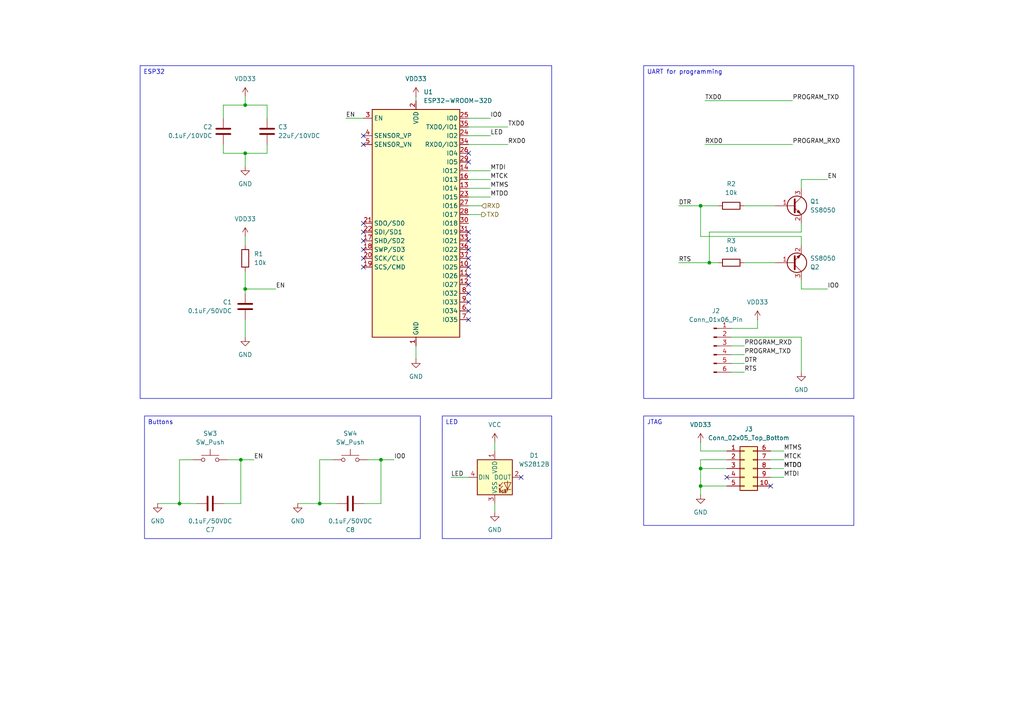
<source format=kicad_sch>
(kicad_sch (version 20250114) (generator "eeschema") (generator_version "9.0")
  (paper "A4")
  (title_block (date "2025-07-28") (rev "v1.0") (company "KN ONYKS"))
  (lib_symbols
    (symbol "Connector:Conn_01x06_Pin" (pin_names (offset 1.016) (hide yes))
      (property "Reference" "J" (at 0 7.62 0))
      (property "Value" "Conn_01x06_Pin" (at 0 -10.16 0))
      (symbol "Conn_01x06_Pin_1_1"
        (rectangle (start 0.8636 5.207) (end 0 4.953) (stroke (width 0.1524)) (fill (type outline)))
        (rectangle (start 0.8636 2.667) (end 0 2.413) (stroke (width 0.1524)) (fill (type outline)))
        (rectangle (start 0.8636 0.127) (end 0 -0.127) (stroke (width 0.1524)) (fill (type outline)))
        (rectangle (start 0.8636 -2.413) (end 0 -2.667) (stroke (width 0.1524)) (fill (type outline)))
        (rectangle (start 0.8636 -4.953) (end 0 -5.207) (stroke (width 0.1524)) (fill (type outline)))
        (rectangle (start 0.8636 -7.493) (end 0 -7.747) (stroke (width 0.1524)) (fill (type outline)))
        (polyline (pts (xy 1.27 5.08) (xy 0.8636 5.08)) (stroke (width 0.1524)))
        (polyline (pts (xy 1.27 2.54) (xy 0.8636 2.54)) (stroke (width 0.1524)))
        (polyline (pts (xy 1.27 0) (xy 0.8636 0)) (stroke (width 0.1524)))
        (polyline (pts (xy 1.27 -2.54) (xy 0.8636 -2.54)) (stroke (width 0.1524)))
        (polyline (pts (xy 1.27 -5.08) (xy 0.8636 -5.08)) (stroke (width 0.1524)))
        (polyline (pts (xy 1.27 -7.62) (xy 0.8636 -7.62)) (stroke (width 0.1524)))
        (pin passive line (at 5.08 5.08 180) (length 3.81) (name "Pin_1") (number "1"))
        (pin passive line (at 5.08 2.54 180) (length 3.81) (name "Pin_2") (number "2"))
        (pin passive line (at 5.08 0 180) (length 3.81) (name "Pin_3") (number "3"))
        (pin passive line (at 5.08 -2.54 180) (length 3.81) (name "Pin_4") (number "4"))
        (pin passive line (at 5.08 -5.08 180) (length 3.81) (name "Pin_5") (number "5"))
        (pin passive line (at 5.08 -7.62 180) (length 3.81) (name "Pin_6") (number "6"))
      )
    )
    (symbol "Connector_Generic:Conn_02x05_Top_Bottom" (pin_names (offset 1.016) (hide yes))
      (property "Reference" "J" (at 1.27 7.62 0))
      (property "Value" "Conn_02x05_Top_Bottom" (at 1.27 -7.62 0))
      (symbol "Conn_02x05_Top_Bottom_1_1"
        (rectangle (start -1.27 6.35) (end 3.81 -6.35) (stroke (width 0.254)) (fill (type background)))
        (rectangle (start -1.27 5.207) (end 0 4.953) (stroke (width 0.1524)))
        (rectangle (start -1.27 2.667) (end 0 2.413) (stroke (width 0.1524)))
        (rectangle (start -1.27 0.127) (end 0 -0.127) (stroke (width 0.1524)))
        (rectangle (start -1.27 -2.413) (end 0 -2.667) (stroke (width 0.1524)))
        (rectangle (start -1.27 -4.953) (end 0 -5.207) (stroke (width 0.1524)))
        (rectangle (start 3.81 5.207) (end 2.54 4.953) (stroke (width 0.1524)))
        (rectangle (start 3.81 2.667) (end 2.54 2.413) (stroke (width 0.1524)))
        (rectangle (start 3.81 0.127) (end 2.54 -0.127) (stroke (width 0.1524)))
        (rectangle (start 3.81 -2.413) (end 2.54 -2.667) (stroke (width 0.1524)))
        (rectangle (start 3.81 -4.953) (end 2.54 -5.207) (stroke (width 0.1524)))
        (pin passive line (at -5.08 5.08 0) (length 3.81) (name "Pin_1") (number "1"))
        (pin passive line (at -5.08 2.54 0) (length 3.81) (name "Pin_2") (number "2"))
        (pin passive line (at -5.08 0 0) (length 3.81) (name "Pin_3") (number "3"))
        (pin passive line (at -5.08 -2.54 0) (length 3.81) (name "Pin_4") (number "4"))
        (pin passive line (at -5.08 -5.08 0) (length 3.81) (name "Pin_5") (number "5"))
        (pin passive line (at 7.62 5.08 180) (length 3.81) (name "Pin_6") (number "6"))
        (pin passive line (at 7.62 2.54 180) (length 3.81) (name "Pin_7") (number "7"))
        (pin passive line (at 7.62 0 180) (length 3.81) (name "Pin_8") (number "8"))
        (pin passive line (at 7.62 -2.54 180) (length 3.81) (name "Pin_9") (number "9"))
        (pin passive line (at 7.62 -5.08 180) (length 3.81) (name "Pin_10") (number "10"))
      )
    )
    (symbol "Device:C" (pin_numbers (hide yes)) (pin_names (offset 0.254))
      (property "Reference" "C" (at 0.635 2.54 0))
      (property "Value" "C" (at 0.635 -2.54 0))
      (symbol "C_0_1"
        (polyline (pts (xy -2.032 0.762) (xy 2.032 0.762)) (stroke (width 0.508)))
        (polyline (pts (xy -2.032 -0.762) (xy 2.032 -0.762)) (stroke (width 0.508)))
      )
      (symbol "C_1_1"
        (pin passive line (at 0 3.81 270) (length 2.794) (name "~") (number "1"))
        (pin passive line (at 0 -3.81 90) (length 2.794) (name "~") (number "2"))
      )
    )
    (symbol "Device:R" (pin_numbers (hide yes)) (pin_names (offset 0))
      (property "Reference" "R" (at 2.032 0 90))
      (property "Value" "R" (at 0 0 90))
      (symbol "R_0_1"
        (rectangle (start -1.016 -2.54) (end 1.016 2.54) (stroke (width 0.254)))
      )
      (symbol "R_1_1"
        (pin passive line (at 0 3.81 270) (length 1.27) (name "~") (number "1"))
        (pin passive line (at 0 -3.81 90) (length 1.27) (name "~") (number "2"))
      )
    )
    (symbol "LED:WS2812B" (pin_names (offset 0.254))
      (property "Reference" "D" (at 5.08 5.715 0))
      (property "Value" "WS2812B" (at 1.27 -5.715 0))
      (symbol "WS2812B_0_0"
        (text "RGB" (at 2.286 -4.191 0) (effects (font (size 0.762 0.762))))
      )
      (symbol "WS2812B_0_1"
        (polyline (pts (xy 1.27 -2.54) (xy 1.778 -2.54)))
        (polyline (pts (xy 1.27 -3.556) (xy 1.778 -3.556)))
        (polyline (pts (xy 2.286 -1.524) (xy 1.27 -2.54) (xy 1.27 -2.032)))
        (polyline (pts (xy 2.286 -2.54) (xy 1.27 -3.556) (xy 1.27 -3.048)))
        (polyline (pts (xy 3.683 -1.016) (xy 3.683 -3.556) (xy 3.683 -4.064)))
        (polyline (pts (xy 4.699 -1.524) (xy 2.667 -1.524) (xy 3.683 -3.556) (xy 4.699 -1.524)))
        (polyline (pts (xy 4.699 -3.556) (xy 2.667 -3.556)))
        (rectangle (start 5.08 5.08) (end -5.08 -5.08) (stroke (width 0.254)) (fill (type background)))
      )
      (symbol "WS2812B_1_1"
        (pin input line (at -7.62 0 0) (length 2.54) (name "DIN") (number "4"))
        (pin power_in line (at 0 7.62 270) (length 2.54) (name "VDD") (number "1"))
        (pin power_in line (at 0 -7.62 90) (length 2.54) (name "VSS") (number "3"))
        (pin output line (at 7.62 0 180) (length 2.54) (name "DOUT") (number "2"))
      )
    )
    (symbol "RF_Module:ESP32-WROOM-32D"
      (property "Reference" "U" (at -12.7 34.29 0))
      (property "Value" "ESP32-WROOM-32D" (at 1.27 34.29 0))
      (symbol "ESP32-WROOM-32D_0_1"
        (rectangle (start -12.7 33.02) (end 12.7 -33.02) (stroke (width 0.254)) (fill (type background)))
      )
      (symbol "ESP32-WROOM-32D_1_1"
        (pin input line (at -15.24 30.48 0) (length 2.54) (name "EN") (number "3"))
        (pin input line (at -15.24 25.4 0) (length 2.54) (name "SENSOR_VP") (number "4"))
        (pin input line (at -15.24 22.86 0) (length 2.54) (name "SENSOR_VN") (number "5"))
        (pin bidirectional line (at -15.24 0 0) (length 2.54) (name "SDO/SD0") (number "21"))
        (pin bidirectional line (at -15.24 -2.54 0) (length 2.54) (name "SDI/SD1") (number "22"))
        (pin bidirectional line (at -15.24 -5.08 0) (length 2.54) (name "SHD/SD2") (number "17"))
        (pin bidirectional line (at -15.24 -7.62 0) (length 2.54) (name "SWP/SD3") (number "18"))
        (pin bidirectional line (at -15.24 -10.16 0) (length 2.54) (name "SCK/CLK") (number "20"))
        (pin bidirectional line (at -15.24 -12.7 0) (length 2.54) (name "SCS/CMD") (number "19"))
        (pin no_connect line (at -12.7 -27.94 0) (length 2.54) (hide yes) (name "NC") (number "32"))
        (pin power_in line (at 0 35.56 270) (length 2.54) (name "VDD") (number "2"))
        (pin power_in line (at 0 -35.56 90) (length 2.54) (name "GND") (number "1"))
        (pin passive line (at 0 -35.56 90) (length 2.54) (hide yes) (name "GND") (number "15"))
        (pin passive line (at 0 -35.56 90) (length 2.54) (hide yes) (name "GND") (number "38"))
        (pin passive line (at 0 -35.56 90) (length 2.54) (hide yes) (name "GND") (number "39"))
        (pin bidirectional line (at 15.24 30.48 180) (length 2.54) (name "IO0") (number "25"))
        (pin bidirectional line (at 15.24 27.94 180) (length 2.54) (name "TXD0/IO1") (number "35"))
        (pin bidirectional line (at 15.24 25.4 180) (length 2.54) (name "IO2") (number "24"))
        (pin bidirectional line (at 15.24 22.86 180) (length 2.54) (name "RXD0/IO3") (number "34"))
        (pin bidirectional line (at 15.24 20.32 180) (length 2.54) (name "IO4") (number "26"))
        (pin bidirectional line (at 15.24 17.78 180) (length 2.54) (name "IO5") (number "29"))
        (pin bidirectional line (at 15.24 15.24 180) (length 2.54) (name "IO12") (number "14"))
        (pin bidirectional line (at 15.24 12.7 180) (length 2.54) (name "IO13") (number "16"))
        (pin bidirectional line (at 15.24 10.16 180) (length 2.54) (name "IO14") (number "13"))
        (pin bidirectional line (at 15.24 7.62 180) (length 2.54) (name "IO15") (number "23"))
        (pin bidirectional line (at 15.24 5.08 180) (length 2.54) (name "IO16") (number "27"))
        (pin bidirectional line (at 15.24 2.54 180) (length 2.54) (name "IO17") (number "28"))
        (pin bidirectional line (at 15.24 0 180) (length 2.54) (name "IO18") (number "30"))
        (pin bidirectional line (at 15.24 -2.54 180) (length 2.54) (name "IO19") (number "31"))
        (pin bidirectional line (at 15.24 -5.08 180) (length 2.54) (name "IO21") (number "33"))
        (pin bidirectional line (at 15.24 -7.62 180) (length 2.54) (name "IO22") (number "36"))
        (pin bidirectional line (at 15.24 -10.16 180) (length 2.54) (name "IO23") (number "37"))
        (pin bidirectional line (at 15.24 -12.7 180) (length 2.54) (name "IO25") (number "10"))
        (pin bidirectional line (at 15.24 -15.24 180) (length 2.54) (name "IO26") (number "11"))
        (pin bidirectional line (at 15.24 -17.78 180) (length 2.54) (name "IO27") (number "12"))
        (pin bidirectional line (at 15.24 -20.32 180) (length 2.54) (name "IO32") (number "8"))
        (pin bidirectional line (at 15.24 -22.86 180) (length 2.54) (name "IO33") (number "9"))
        (pin input line (at 15.24 -25.4 180) (length 2.54) (name "IO34") (number "6"))
        (pin input line (at 15.24 -27.94 180) (length 2.54) (name "IO35") (number "7"))
      )
    )
    (symbol "Switch:SW_Push" (pin_numbers (hide yes)) (pin_names (offset 1.016) (hide yes))
      (property "Reference" "SW" (at 1.27 2.54 0))
      (property "Value" "SW_Push" (at 0 -1.524 0))
      (symbol "SW_Push_0_1"
        (circle (center -2.032 0) (radius 0.508))
        (polyline (pts (xy 0 1.27) (xy 0 3.048)))
        (circle (center 2.032 0) (radius 0.508))
        (polyline (pts (xy 2.54 1.27) (xy -2.54 1.27)))
        (pin passive line (at -5.08 0 0) (length 2.54) (name "1") (number "1"))
        (pin passive line (at 5.08 0 180) (length 2.54) (name "2") (number "2"))
      )
    )
    (symbol "Transistor_BJT:SS8050" (pin_names (offset 0) (hide yes))
      (property "Reference" "Q" (at 5.08 1.905 0))
      (property "Value" "SS8050" (at 5.08 0 0))
      (symbol "SS8050_0_1"
        (polyline (pts (xy 0.635 1.905) (xy 0.635 -1.905) (xy 0.635 -1.905)) (stroke (width 0.508)))
        (polyline (pts (xy 0.635 0.635) (xy 2.54 2.54)))
        (polyline (pts (xy 0.635 -0.635) (xy 2.54 -2.54) (xy 2.54 -2.54)))
        (circle (center 1.27 0) (radius 2.8194) (stroke (width 0.254)))
        (polyline (pts (xy 1.27 -1.778) (xy 1.778 -1.27) (xy 2.286 -2.286) (xy 1.27 -1.778) (xy 1.27 -1.778)) (fill (type outline)))
      )
      (symbol "SS8050_1_1"
        (pin input line (at -5.08 0 0) (length 5.715) (name "B") (number "1"))
        (pin passive line (at 2.54 5.08 270) (length 2.54) (name "C") (number "3"))
        (pin passive line (at 2.54 -5.08 90) (length 2.54) (name "E") (number "2"))
      )
    )
    (symbol "power:+3.3V" (power) (pin_numbers (hide yes)) (pin_names (offset 0) (hide yes))
      (property "Value" "+3.3V" (at 0 3.556 0))
      (symbol "+3.3V_0_1"
        (polyline (pts (xy -0.762 1.27) (xy 0 2.54)))
        (polyline (pts (xy 0 2.54) (xy 0.762 1.27)))
        (polyline (pts (xy 0 0) (xy 0 2.54)))
      )
      (symbol "+3.3V_1_1"
        (pin power_in line (at 0 0 90) (length 0) (name "~") (number "1"))
      )
    )
    (symbol "power:GND" (power) (pin_numbers (hide yes)) (pin_names (offset 0) (hide yes))
      (property "Value" "GND" (at 0 -3.81 0))
      (symbol "GND_0_1"
        (polyline (pts (xy 0 0) (xy 0 -1.27) (xy 1.27 -1.27) (xy 0 -2.54) (xy -1.27 -1.27) (xy 0 -1.27)))
      )
      (symbol "GND_1_1"
        (pin power_in line (at 0 0 270) (length 0) (name "~") (number "1"))
      )
    )
    (symbol "power:VCC" (power) (pin_numbers (hide yes)) (pin_names (offset 0) (hide yes))
      (property "Value" "VCC" (at 0 3.556 0))
      (symbol "VCC_0_1"
        (polyline (pts (xy -0.762 1.27) (xy 0 2.54)))
        (polyline (pts (xy 0 2.54) (xy 0.762 1.27)))
        (polyline (pts (xy 0 0) (xy 0 2.54)))
      )
      (symbol "VCC_1_1"
        (pin power_in line (at 0 0 90) (length 0) (name "~") (number "1"))
      )
    )
  )
  (text_box "LED" (at 128.27 120.65 0) (size 31.75 35.56) (margins 0.9525 0.9525 0.9525 0.9525) (effects (font (size 1.27 1.27)) (justify left top)))
  (text_box "UART for programming" (at 186.69 19.05 0) (size 60.96 96.52) (margins 0.9525 0.9525 0.9525 0.9525) (effects (font (size 1.27 1.27)) (justify left top)))
  (text_box "Buttons" (at 41.91 120.65 0) (size 80.01 35.56) (margins 0.9525 0.9525 0.9525 0.9525) (effects (font (size 1.27 1.27)) (justify left top)))
  (text_box "JTAG\n" (at 186.69 120.65 0) (size 60.96 31.75) (margins 0.9525 0.9525 0.9525 0.9525) (effects (font (size 1.27 1.27)) (justify left top)))
  (text_box "ESP32" (at 40.64 19.05 0) (size 119.38 96.52) (margins 0.9525 0.9525 0.9525 0.9525) (effects (font (size 1.27 1.27)) (justify left top)))
  (junction (at 203.2 59.69))
  (junction (at 203.2 140.97))
  (junction (at 110.49 133.35))
  (junction (at 203.2 135.89))
  (junction (at 71.12 30.48))
  (junction (at 52.07 146.05))
  (junction (at 92.71 146.05))
  (junction (at 71.12 83.82))
  (junction (at 69.85 133.35))
  (junction (at 71.12 44.45))
  (junction (at 205.74 76.2))
  (no_connect (at 135.89 67.31))
  (no_connect (at 135.89 85.09))
  (no_connect (at 135.89 87.63))
  (no_connect (at 135.89 77.47))
  (no_connect (at 135.89 69.85))
  (no_connect (at 135.89 44.45))
  (no_connect (at 135.89 46.99))
  (no_connect (at 105.41 74.93))
  (no_connect (at 105.41 39.37))
  (no_connect (at 135.89 82.55))
  (no_connect (at 135.89 80.01))
  (no_connect (at 105.41 67.31))
  (no_connect (at 105.41 72.39))
  (no_connect (at 223.52 140.97))
  (no_connect (at 105.41 77.47))
  (no_connect (at 135.89 92.71))
  (no_connect (at 105.41 41.91))
  (no_connect (at 135.89 72.39))
  (no_connect (at 210.82 138.43))
  (no_connect (at 151.13 138.43))
  (no_connect (at 135.89 74.93))
  (no_connect (at 135.89 90.17))
  (no_connect (at 105.41 64.77))
  (no_connect (at 105.41 69.85))
  (wire (pts (xy 210.82 133.35) (xy 203.2 133.35)))
  (wire (pts (xy 71.12 83.82) (xy 71.12 85.09)))
  (wire (pts (xy 135.89 57.15) (xy 142.24 57.15)))
  (wire (pts (xy 232.41 97.79) (xy 232.41 107.95)))
  (wire (pts (xy 223.52 130.81) (xy 227.33 130.81)))
  (wire (pts (xy 110.49 133.35) (xy 114.3 133.35)))
  (wire (pts (xy 232.41 71.12) (xy 232.41 68.58)))
  (wire (pts (xy 223.52 138.43) (xy 227.33 138.43)))
  (wire (pts (xy 64.77 44.45) (xy 64.77 41.91)))
  (wire (pts (xy 71.12 44.45) (xy 77.47 44.45)))
  (wire (pts (xy 205.74 76.2) (xy 208.28 76.2)))
  (wire (pts (xy 212.09 107.95) (xy 215.9 107.95)))
  (wire (pts (xy 96.52 133.35) (xy 92.71 133.35)))
  (wire (pts (xy 219.71 92.71) (xy 219.71 95.25)))
  (wire (pts (xy 203.2 140.97) (xy 203.2 143.51)))
  (wire (pts (xy 212.09 105.41) (xy 215.9 105.41)))
  (wire (pts (xy 52.07 146.05) (xy 57.15 146.05)))
  (wire (pts (xy 212.09 100.33) (xy 215.9 100.33)))
  (wire (pts (xy 71.12 92.71) (xy 71.12 97.79)))
  (wire (pts (xy 77.47 44.45) (xy 77.47 41.91)))
  (wire (pts (xy 92.71 146.05) (xy 97.79 146.05)))
  (wire (pts (xy 212.09 97.79) (xy 232.41 97.79)))
  (wire (pts (xy 135.89 39.37) (xy 142.24 39.37)))
  (wire (pts (xy 203.2 59.69) (xy 208.28 59.69)))
  (wire (pts (xy 52.07 133.35) (xy 52.07 146.05)))
  (wire (pts (xy 143.51 146.05) (xy 143.51 148.59)))
  (wire (pts (xy 92.71 133.35) (xy 92.71 146.05)))
  (wire (pts (xy 135.89 62.23) (xy 139.7 62.23)))
  (wire (pts (xy 196.85 76.2) (xy 205.74 76.2)))
  (wire (pts (xy 196.85 59.69) (xy 203.2 59.69)))
  (wire (pts (xy 64.77 34.29) (xy 64.77 30.48)))
  (wire (pts (xy 205.74 67.31) (xy 205.74 76.2)))
  (wire (pts (xy 203.2 133.35) (xy 203.2 135.89)))
  (wire (pts (xy 120.65 100.33) (xy 120.65 104.14)))
  (wire (pts (xy 232.41 68.58) (xy 203.2 68.58)))
  (wire (pts (xy 71.12 68.58) (xy 71.12 71.12)))
  (wire (pts (xy 55.88 133.35) (xy 52.07 133.35)))
  (wire (pts (xy 232.41 52.07) (xy 240.03 52.07)))
  (wire (pts (xy 110.49 146.05) (xy 110.49 133.35)))
  (wire (pts (xy 215.9 59.69) (xy 224.79 59.69)))
  (wire (pts (xy 86.36 146.05) (xy 92.71 146.05)))
  (wire (pts (xy 204.47 41.91) (xy 229.87 41.91)))
  (wire (pts (xy 71.12 30.48) (xy 77.47 30.48)))
  (wire (pts (xy 135.89 36.83) (xy 147.32 36.83)))
  (wire (pts (xy 45.72 146.05) (xy 52.07 146.05)))
  (wire (pts (xy 135.89 54.61) (xy 142.24 54.61)))
  (wire (pts (xy 203.2 135.89) (xy 210.82 135.89)))
  (wire (pts (xy 64.77 44.45) (xy 71.12 44.45)))
  (wire (pts (xy 203.2 135.89) (xy 203.2 140.97)))
  (wire (pts (xy 71.12 44.45) (xy 71.12 48.26)))
  (wire (pts (xy 100.33 34.29) (xy 105.41 34.29)))
  (wire (pts (xy 223.52 135.89) (xy 227.33 135.89)))
  (wire (pts (xy 64.77 30.48) (xy 71.12 30.48)))
  (wire (pts (xy 120.65 27.94) (xy 120.65 29.21)))
  (wire (pts (xy 135.89 59.69) (xy 139.7 59.69)))
  (wire (pts (xy 232.41 83.82) (xy 240.03 83.82)))
  (wire (pts (xy 135.89 52.07) (xy 142.24 52.07)))
  (wire (pts (xy 135.89 41.91) (xy 147.32 41.91)))
  (wire (pts (xy 69.85 133.35) (xy 73.66 133.35)))
  (wire (pts (xy 212.09 102.87) (xy 215.9 102.87)))
  (wire (pts (xy 232.41 54.61) (xy 232.41 52.07)))
  (wire (pts (xy 69.85 146.05) (xy 69.85 133.35)))
  (wire (pts (xy 130.81 138.43) (xy 135.89 138.43)))
  (wire (pts (xy 71.12 78.74) (xy 71.12 83.82)))
  (wire (pts (xy 212.09 95.25) (xy 219.71 95.25)))
  (wire (pts (xy 143.51 128.27) (xy 143.51 130.81)))
  (wire (pts (xy 232.41 81.28) (xy 232.41 83.82)))
  (wire (pts (xy 204.47 29.21) (xy 229.87 29.21)))
  (wire (pts (xy 232.41 64.77) (xy 232.41 67.31)))
  (wire (pts (xy 223.52 133.35) (xy 227.33 133.35)))
  (wire (pts (xy 203.2 68.58) (xy 203.2 59.69)))
  (wire (pts (xy 69.85 133.35) (xy 66.04 133.35)))
  (wire (pts (xy 135.89 34.29) (xy 142.24 34.29)))
  (wire (pts (xy 77.47 34.29) (xy 77.47 30.48)))
  (wire (pts (xy 232.41 67.31) (xy 205.74 67.31)))
  (wire (pts (xy 64.77 146.05) (xy 69.85 146.05)))
  (wire (pts (xy 203.2 128.27) (xy 203.2 130.81)))
  (wire (pts (xy 105.41 146.05) (xy 110.49 146.05)))
  (wire (pts (xy 71.12 27.94) (xy 71.12 30.48)))
  (wire (pts (xy 135.89 49.53) (xy 142.24 49.53)))
  (wire (pts (xy 210.82 130.81) (xy 203.2 130.81)))
  (wire (pts (xy 215.9 76.2) (xy 224.79 76.2)))
  (wire (pts (xy 203.2 140.97) (xy 210.82 140.97)))
  (wire (pts (xy 71.12 83.82) (xy 80.01 83.82)))
  (wire (pts (xy 110.49 133.35) (xy 106.68 133.35)))
  (label "RTS" (at 196.85 76.2 0))
  (label "TXD0" (at 147.32 36.83 0))
  (label "MTDO" (at 227.33 135.89 0))
  (label "EN" (at 73.66 133.35 0))
  (label "MTDI" (at 227.33 138.43 0))
  (label "MTDI" (at 142.24 49.53 0))
  (label "DTR" (at 215.9 105.41 0))
  (label "MTDO" (at 227.33 135.89 0))
  (label "MTMS" (at 227.33 130.81 0))
  (label "RXD0" (at 204.47 41.91 0))
  (label "EN" (at 240.03 52.07 0))
  (label "EN" (at 80.01 83.82 0))
  (label "IO0" (at 114.3 133.35 0))
  (label "PROGRAM_TXD" (at 215.9 102.87 0))
  (label "RXD0" (at 147.32 41.91 0))
  (label "IO0" (at 142.24 34.29 0))
  (label "PROGRAM_TXD" (at 229.87 29.21 0))
  (label "PROGRAM_RXD" (at 229.87 41.91 0))
  (label "MTMS" (at 142.24 54.61 0))
  (label "LED" (at 130.81 138.43 0))
  (label "DTR" (at 196.85 59.69 0))
  (label "IO0" (at 240.03 83.82 0))
  (label "RTS" (at 215.9 107.95 0))
  (label "MTCK" (at 227.33 133.35 0))
  (label "PROGRAM_RXD" (at 215.9 100.33 0))
  (label "MTDO" (at 142.24 57.15 0))
  (label "LED" (at 142.24 39.37 0))
  (label "MTCK" (at 142.24 52.07 0))
  (label "TXD0" (at 204.47 29.21 0))
  (label "EN" (at 100.33 34.29 0))
  (hierarchical_label "RXD" (shape input) (at 139.7 59.69 0))
  (hierarchical_label "TXD" (shape output) (at 139.7 62.23 0))
  (symbol (lib_id "power:GND") (at 71.12 97.79 0) (unit 1)
    (property "Reference" "#PWR2" (effects (hide yes)))
    (property "Value" "GND" (at 71.12 102.87 0))
    (property "Description" "Power symbol creates a global label with name \"GND\" , ground" (effects (hide yes)))
  )
  (symbol (lib_id "power:+3.3V") (at 219.71 92.71 0) (unit 1)
    (property "Reference" "#PWR21" (effects (hide yes)))
    (property "Value" "VDD33" (at 219.71 87.63 0))
    (property "Description" "Power symbol creates a global label with name \"+3.3V\"" (effects (hide yes)))
  )
  (symbol (lib_id "power:+3.3V") (at 120.65 27.94 0) (unit 1)
    (property "Reference" "#PWR3" (effects (hide yes)))
    (property "Value" "VDD33" (at 120.65 22.86 0))
    (property "Description" "Power symbol creates a global label with name \"+3.3V\"" (effects (hide yes)))
  )
  (symbol (lib_id "power:+3.3V") (at 71.12 68.58 0) (unit 1)
    (property "Reference" "#PWR1" (effects (hide yes)))
    (property "Value" "VDD33" (at 71.12 63.5 0))
    (property "Description" "Power symbol creates a global label with name \"+3.3V\"" (effects (hide yes)))
  )
  (symbol (lib_id "RF_Module:ESP32-WROOM-32D") (at 120.65 64.77 0) (unit 1)
    (property "Reference" "U1" (at 122.8441 26.67 0) (effects (justify left)))
    (property "Value" "ESP32-WROOM-32D" (at 122.8441 29.21 0) (effects (justify left)))
    (property "Footprint" "RF_Module:ESP32-WROOM-32D" (effects (hide yes)))
    (property "Datasheet" "https://www.espressif.com/sites/default/files/documentation/esp32-wroom-32d_esp32-wroom-32u_datasheet_en.pdf" (effects (hide yes)))
    (property "Description" "RF Module, ESP32-D0WD SoC, Wi-Fi 802.11b/g/n, Bluetooth, BLE, 32-bit, 2.7-3.6V, onboard antenna, SMD" (effects (hide yes)))
  )
  (symbol (lib_id "Device:C") (at 71.12 88.9 0) (mirror x) (unit 1)
    (property "Reference" "C1" (at 67.31 87.6299 0) (effects (justify right)))
    (property "Value" "0.1uF/50VDC" (at 67.31 90.1699 0) (effects (justify right)))
    (property "Footprint" "Capacitor_SMD:C_0603_1608Metric_Pad1.08x0.95mm_HandSolder" (effects (hide yes)))
    (property "Description" "Unpolarized capacitor" (effects (hide yes)))
  )
  (symbol (lib_id "Device:C") (at 64.77 38.1 0) (mirror y) (unit 1)
    (property "Reference" "C2" (at 61.595 36.8299 0) (effects (justify left)))
    (property "Value" "0.1uF/10VDC" (at 61.595 39.3699 0) (effects (justify left)))
    (property "Footprint" "Capacitor_SMD:C_0603_1608Metric_Pad1.08x0.95mm_HandSolder" (effects (hide yes)))
    (property "Description" "Unpolarized capacitor" (effects (hide yes)))
  )
  (symbol (lib_id "power:GND") (at 45.72 146.05 0) (unit 1)
    (property "Reference" "#PWR13" (effects (hide yes)))
    (property "Value" "GND" (at 45.72 151.13 0))
    (property "Description" "Power symbol creates a global label with name \"GND\" , ground" (effects (hide yes)))
  )
  (symbol (lib_id "power:GND") (at 71.12 48.26 0) (unit 1)
    (property "Reference" "#PWR5" (effects (hide yes)))
    (property "Value" "GND" (at 71.12 53.34 0))
    (property "Description" "Power symbol creates a global label with name \"GND\" , ground" (effects (hide yes)))
  )
  (symbol (lib_id "power:GND") (at 143.51 148.59 0) (unit 1)
    (property "Reference" "#PWR10" (effects (hide yes)))
    (property "Value" "GND" (at 143.51 153.67 0))
    (property "Description" "Power symbol creates a global label with name \"GND\" , ground" (effects (hide yes)))
  )
  (symbol (lib_id "Device:R") (at 212.09 76.2 90) (unit 1)
    (property "Reference" "R3" (at 212.09 69.85 90))
    (property "Value" "10k" (at 212.09 72.39 90))
    (property "Footprint" "Resistor_SMD:R_0603_1608Metric_Pad0.98x0.95mm_HandSolder" (effects (hide yes)))
    (property "Description" "Resistor" (effects (hide yes)))
  )
  (symbol (lib_id "Device:C") (at 77.47 38.1 0) (unit 1)
    (property "Reference" "C3" (at 80.645 36.8299 0) (effects (justify left)))
    (property "Value" "22uF/10VDC" (at 80.645 39.3699 0) (effects (justify left)))
    (property "Footprint" "Capacitor_SMD:C_0603_1608Metric_Pad1.08x0.95mm_HandSolder" (effects (hide yes)))
    (property "Description" "Unpolarized capacitor" (effects (hide yes)))
  )
  (symbol (lib_id "power:GND") (at 232.41 107.95 0) (unit 1)
    (property "Reference" "#PWR20" (effects (hide yes)))
    (property "Value" "GND" (at 232.41 113.03 0))
    (property "Description" "Power symbol creates a global label with name \"GND\" , ground" (effects (hide yes)))
  )
  (symbol (lib_id "Switch:SW_Push") (at 101.6 133.35 0) (unit 1)
    (property "Reference" "SW4" (at 101.6 125.73 0))
    (property "Value" "SW_Push" (at 101.6 128.27 0))
    (property "Footprint" "Button_Switch_SMD:SW_Tactile_SPST_NO_Straight_CK_PTS636Sx25SMTRLFS" (effects (hide yes)))
    (property "Description" "Push button switch, generic, two pins" (effects (hide yes)))
  )
  (symbol (lib_id "power:+3.3V") (at 71.12 27.94 0) (unit 1)
    (property "Reference" "#PWR17" (effects (hide yes)))
    (property "Value" "VDD33" (at 71.12 22.86 0))
    (property "Description" "Power symbol creates a global label with name \"+3.3V\"" (effects (hide yes)))
  )
  (symbol (lib_id "power:GND") (at 203.2 143.51 0) (unit 1)
    (property "Reference" "#PWR23" (effects (hide yes)))
    (property "Value" "GND" (at 203.2 148.59 0))
    (property "Description" "Power symbol creates a global label with name \"GND\" , ground" (effects (hide yes)))
  )
  (symbol (lib_id "Transistor_BJT:SS8050") (at 229.87 76.2 0) (mirror x) (unit 1)
    (property "Reference" "Q2" (at 234.95 77.4701 0) (effects (justify left)))
    (property "Value" "SS8050" (at 234.95 74.9301 0) (effects (justify left)))
    (property "Footprint" "Package_TO_SOT_SMD:SOT-23" (effects (hide yes)))
    (property "Datasheet" "http://www.secosgmbh.com/datasheet/products/SSMPTransistor/SOT-23/SS8050.pdf" (effects (hide yes)))
    (property "Description" "General Purpose NPN Transistor, 1.5A Ic, 25V Vce, SOT-23" (effects (hide yes)))
  )
  (symbol (lib_id "power:GND") (at 86.36 146.05 0) (unit 1)
    (property "Reference" "#PWR14" (effects (hide yes)))
    (property "Value" "GND" (at 86.36 151.13 0))
    (property "Description" "Power symbol creates a global label with name \"GND\" , ground" (effects (hide yes)))
  )
  (symbol (lib_id "Transistor_BJT:SS8050") (at 229.87 59.69 0) (unit 1)
    (property "Reference" "Q1" (at 234.95 58.4199 0) (effects (justify left)))
    (property "Value" "SS8050" (at 234.95 60.9599 0) (effects (justify left)))
    (property "Footprint" "Package_TO_SOT_SMD:SOT-23" (effects (hide yes)))
    (property "Datasheet" "http://www.secosgmbh.com/datasheet/products/SSMPTransistor/SOT-23/SS8050.pdf" (effects (hide yes)))
    (property "Description" "General Purpose NPN Transistor, 1.5A Ic, 25V Vce, SOT-23" (effects (hide yes)))
  )
  (symbol (lib_id "Connector_Generic:Conn_02x05_Top_Bottom") (at 215.9 135.89 0) (unit 1)
    (property "Reference" "J3" (at 217.17 124.46 0))
    (property "Value" "Conn_02x05_Top_Bottom" (at 217.17 127 0))
    (property "Footprint" "Connector_PinHeader_2.54mm:PinHeader_2x05_P2.54mm_Vertical" (effects (hide yes)))
    (property "Description" "Generic connector, double row, 02x05, top/bottom pin numbering scheme (row 1: 1...pins_per_row, row2: pins_per_row+1 ... num_pins), script generated (kicad-library-utils/schlib/autogen/connector/)" (effects (hide yes)))
  )
  (symbol (lib_id "Connector:Conn_01x06_Pin") (at 207.01 100.33 0) (unit 1)
    (property "Reference" "J2" (at 207.645 90.17 0))
    (property "Value" "Conn_01x06_Pin" (at 207.645 92.71 0))
    (property "Footprint" "Connector_PinHeader_2.54mm:PinHeader_1x06_P2.54mm_Vertical" (effects (hide yes)))
    (property "Description" "Generic connector, single row, 01x06, script generated" (effects (hide yes)))
  )
  (symbol (lib_id "power:+3.3V") (at 203.2 128.27 0) (unit 1)
    (property "Reference" "#PWR22" (effects (hide yes)))
    (property "Value" "VDD33" (at 203.2 123.19 0))
    (property "Description" "Power symbol creates a global label with name \"+3.3V\"" (effects (hide yes)))
  )
  (symbol (lib_id "power:VCC") (at 143.51 128.27 0) (unit 1)
    (property "Reference" "#PWR9" (effects (hide yes)))
    (property "Value" "VCC" (at 143.51 123.19 0))
    (property "Description" "Power symbol creates a global label with name \"VCC\"" (effects (hide yes)))
  )
  (symbol (lib_id "LED:WS2812B") (at 143.51 138.43 0) (unit 1)
    (property "Reference" "D1" (at 154.94 132.1114 0))
    (property "Value" "WS2812B" (at 154.94 134.6514 0))
    (property "Footprint" "LED_SMD:LED_WS2812B_PLCC4_5.0x5.0mm_P3.2mm" (effects (hide yes)))
    (property "Datasheet" "https://cdn-shop.adafruit.com/datasheets/WS2812B.pdf" (effects (hide yes)))
    (property "Description" "RGB LED with integrated controller" (effects (hide yes)))
  )
  (symbol (lib_id "Device:R") (at 212.09 59.69 90) (unit 1)
    (property "Reference" "R2" (at 212.09 53.34 90))
    (property "Value" "10k" (at 212.09 55.88 90))
    (property "Footprint" "Resistor_SMD:R_0603_1608Metric_Pad0.98x0.95mm_HandSolder" (effects (hide yes)))
    (property "Description" "Resistor" (effects (hide yes)))
  )
  (symbol (lib_id "Switch:SW_Push") (at 60.96 133.35 0) (unit 1)
    (property "Reference" "SW3" (at 60.96 125.73 0))
    (property "Value" "SW_Push" (at 60.96 128.27 0))
    (property "Footprint" "Button_Switch_SMD:SW_Tactile_SPST_NO_Straight_CK_PTS636Sx25SMTRLFS" (effects (hide yes)))
    (property "Description" "Push button switch, generic, two pins" (effects (hide yes)))
  )
  (symbol (lib_id "Device:C") (at 60.96 146.05 90) (unit 1)
    (property "Reference" "C7" (at 60.96 153.67 90))
    (property "Value" "0.1uF/50VDC" (at 60.96 151.13 90))
    (property "Footprint" "Capacitor_SMD:C_0603_1608Metric_Pad1.08x0.95mm_HandSolder" (effects (hide yes)))
    (property "Description" "Unpolarized capacitor" (effects (hide yes)))
  )
  (symbol (lib_id "power:GND") (at 120.65 104.14 0) (unit 1)
    (property "Reference" "#PWR4" (effects (hide yes)))
    (property "Value" "GND" (at 120.65 109.22 0))
    (property "Description" "Power symbol creates a global label with name \"GND\" , ground" (effects (hide yes)))
  )
  (symbol (lib_id "Device:C") (at 101.6 146.05 90) (unit 1)
    (property "Reference" "C8" (at 101.6 153.67 90))
    (property "Value" "0.1uF/50VDC" (at 101.6 151.13 90))
    (property "Footprint" "Capacitor_SMD:C_0603_1608Metric_Pad1.08x0.95mm_HandSolder" (effects (hide yes)))
    (property "Description" "Unpolarized capacitor" (effects (hide yes)))
  )
  (symbol (lib_id "Device:R") (at 71.12 74.93 0) (unit 1)
    (property "Reference" "R1" (at 73.66 73.6599 0) (effects (justify left)))
    (property "Value" "10k" (at 73.66 76.1999 0) (effects (justify left)))
    (property "Footprint" "Resistor_SMD:R_0603_1608Metric_Pad0.98x0.95mm_HandSolder" (effects (hide yes)))
    (property "Description" "Resistor" (effects (hide yes)))
  )
)
</source>
